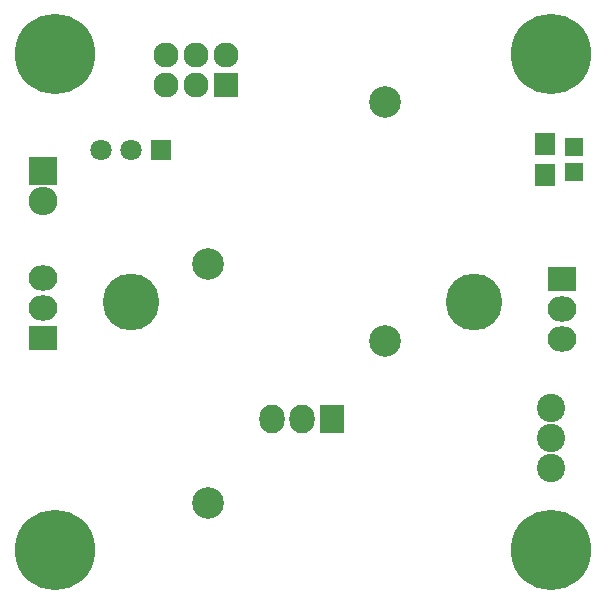
<source format=gbs>
%TF.GenerationSoftware,KiCad,Pcbnew,4.0.2-4+6225~38~ubuntu14.04.1-stable*%
%TF.CreationDate,2016-03-31T13:36:06+01:00*%
%TF.ProjectId,rc_power_sockets,72635F706F7765725F736F636B657473,rev?*%
%TF.FileFunction,Soldermask,Bot*%
%FSLAX46Y46*%
G04 Gerber Fmt 4.6, Leading zero omitted, Abs format (unit mm)*
G04 Created by KiCad (PCBNEW 4.0.2-4+6225~38~ubuntu14.04.1-stable) date Thu 31 Mar 2016 13:36:06 BST*
%MOMM*%
G01*
G04 APERTURE LIST*
%ADD10C,0.100000*%
%ADD11C,2.686000*%
%ADD12C,6.800000*%
%ADD13R,2.127200X2.432000*%
%ADD14O,2.127200X2.432000*%
%ADD15R,2.432000X2.127200*%
%ADD16O,2.432000X2.127200*%
%ADD17C,2.398980*%
%ADD18R,2.127200X2.127200*%
%ADD19O,2.127200X2.127200*%
%ADD20R,1.700000X1.900000*%
%ADD21R,1.598880X1.598880*%
%ADD22R,2.432000X2.432000*%
%ADD23O,2.432000X2.432000*%
%ADD24C,4.800000*%
%ADD25R,1.797000X1.797000*%
%ADD26C,1.797000*%
G04 APERTURE END LIST*
D10*
D11*
X152000000Y-68000000D03*
X152000000Y-88240000D03*
X137000000Y-102000000D03*
X137000000Y-81760000D03*
D12*
X166000000Y-64000000D03*
D13*
X147500000Y-94900000D03*
D14*
X144960000Y-94900000D03*
X142420000Y-94900000D03*
D15*
X123000000Y-88000000D03*
D16*
X123000000Y-85460000D03*
X123000000Y-82920000D03*
D17*
X166000000Y-96460000D03*
X166000000Y-93920000D03*
X166000000Y-99000000D03*
D18*
X138500000Y-66600000D03*
D19*
X138500000Y-64060000D03*
X135960000Y-66600000D03*
X135960000Y-64060000D03*
X133420000Y-66600000D03*
X133420000Y-64060000D03*
D15*
X167000000Y-83000000D03*
D16*
X167000000Y-85540000D03*
X167000000Y-88080000D03*
D12*
X166000000Y-106000000D03*
X124000000Y-106000000D03*
X124000000Y-64000000D03*
D20*
X165500000Y-71550000D03*
X165500000Y-74250000D03*
D21*
X168000000Y-73949020D03*
X168000000Y-71850980D03*
D22*
X123000000Y-73900000D03*
D23*
X123000000Y-76440000D03*
D24*
X130500000Y-85000000D03*
X159500000Y-85000000D03*
D25*
X133040000Y-72100000D03*
D26*
X130500000Y-72100000D03*
X127960000Y-72100000D03*
M02*

</source>
